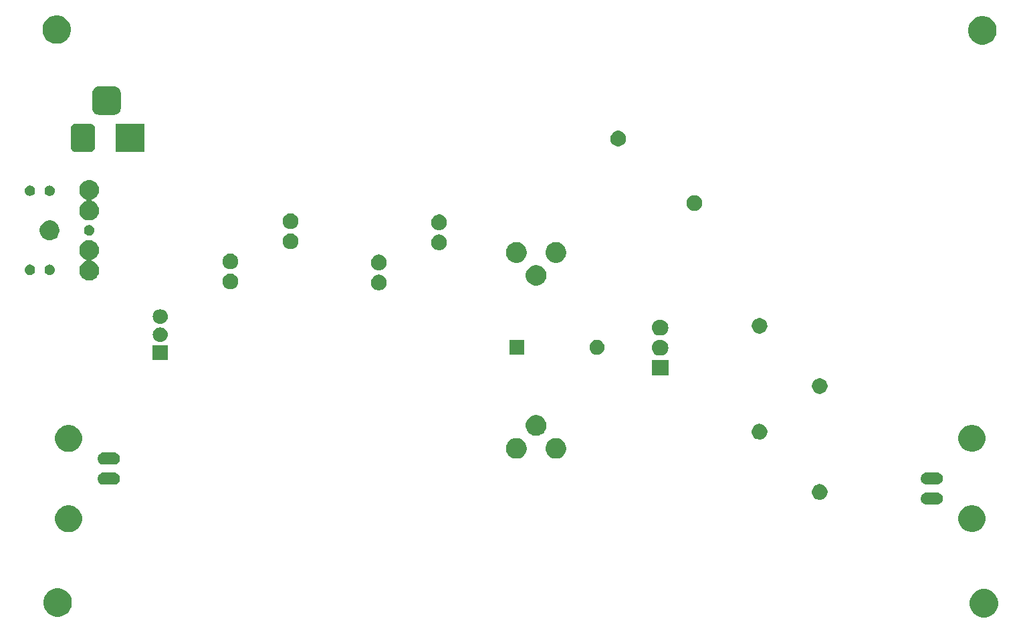
<source format=gbs>
G04 #@! TF.GenerationSoftware,KiCad,Pcbnew,(5.1.5)-3*
G04 #@! TF.CreationDate,2021-07-25T13:57:05-05:00*
G04 #@! TF.ProjectId,IRF510-Amplifier,49524635-3130-42d4-916d-706c69666965,rev?*
G04 #@! TF.SameCoordinates,Original*
G04 #@! TF.FileFunction,Soldermask,Bot*
G04 #@! TF.FilePolarity,Negative*
%FSLAX46Y46*%
G04 Gerber Fmt 4.6, Leading zero omitted, Abs format (unit mm)*
G04 Created by KiCad (PCBNEW (5.1.5)-3) date 2021-07-25 13:57:05*
%MOMM*%
%LPD*%
G04 APERTURE LIST*
%ADD10C,0.660400*%
%ADD11C,0.100000*%
G04 APERTURE END LIST*
D10*
X84530200Y-52200000D02*
G75*
G03X84530200Y-52200000I-330200J0D01*
G01*
X84530200Y-44600000D02*
G75*
G03X84530200Y-44600000I-330200J0D01*
G01*
X79530200Y-49700000D02*
G75*
G03X79530200Y-49700000I-330200J0D01*
G01*
X84530200Y-54800000D02*
G75*
G03X84530200Y-54800000I-330200J0D01*
G01*
X84530200Y-47200000D02*
G75*
G03X84530200Y-47200000I-330200J0D01*
G01*
D11*
G36*
X198025331Y-95168211D02*
G01*
X198353092Y-95303974D01*
X198648070Y-95501072D01*
X198898928Y-95751930D01*
X199096026Y-96046908D01*
X199231789Y-96374669D01*
X199301000Y-96722616D01*
X199301000Y-97077384D01*
X199231789Y-97425331D01*
X199096026Y-97753092D01*
X198898928Y-98048070D01*
X198648070Y-98298928D01*
X198353092Y-98496026D01*
X198025331Y-98631789D01*
X197677384Y-98701000D01*
X197322616Y-98701000D01*
X196974669Y-98631789D01*
X196646908Y-98496026D01*
X196351930Y-98298928D01*
X196101072Y-98048070D01*
X195903974Y-97753092D01*
X195768211Y-97425331D01*
X195699000Y-97077384D01*
X195699000Y-96722616D01*
X195768211Y-96374669D01*
X195903974Y-96046908D01*
X196101072Y-95751930D01*
X196351930Y-95501072D01*
X196646908Y-95303974D01*
X196974669Y-95168211D01*
X197322616Y-95099000D01*
X197677384Y-95099000D01*
X198025331Y-95168211D01*
G37*
G36*
X80725331Y-95068211D02*
G01*
X81053092Y-95203974D01*
X81348070Y-95401072D01*
X81598928Y-95651930D01*
X81796026Y-95946908D01*
X81931789Y-96274669D01*
X82001000Y-96622616D01*
X82001000Y-96977384D01*
X81931789Y-97325331D01*
X81796026Y-97653092D01*
X81598928Y-97948070D01*
X81348070Y-98198928D01*
X81053092Y-98396026D01*
X80725331Y-98531789D01*
X80377384Y-98601000D01*
X80022616Y-98601000D01*
X79674669Y-98531789D01*
X79346908Y-98396026D01*
X79051930Y-98198928D01*
X78801072Y-97948070D01*
X78603974Y-97653092D01*
X78468211Y-97325331D01*
X78399000Y-96977384D01*
X78399000Y-96622616D01*
X78468211Y-96274669D01*
X78603974Y-95946908D01*
X78801072Y-95651930D01*
X79051930Y-95401072D01*
X79346908Y-95203974D01*
X79674669Y-95068211D01*
X80022616Y-94999000D01*
X80377384Y-94999000D01*
X80725331Y-95068211D01*
G37*
G36*
X82098671Y-84556098D02*
G01*
X82409798Y-84684971D01*
X82689805Y-84872066D01*
X82927934Y-85110195D01*
X83115029Y-85390202D01*
X83243902Y-85701329D01*
X83309600Y-86031618D01*
X83309600Y-86368382D01*
X83243902Y-86698671D01*
X83115029Y-87009798D01*
X82927934Y-87289805D01*
X82689805Y-87527934D01*
X82409798Y-87715029D01*
X82098671Y-87843902D01*
X81768382Y-87909600D01*
X81431618Y-87909600D01*
X81101329Y-87843902D01*
X80790202Y-87715029D01*
X80510195Y-87527934D01*
X80272066Y-87289805D01*
X80084971Y-87009798D01*
X79956098Y-86698671D01*
X79890400Y-86368382D01*
X79890400Y-86031618D01*
X79956098Y-85701329D01*
X80084971Y-85390202D01*
X80272066Y-85110195D01*
X80510195Y-84872066D01*
X80790202Y-84684971D01*
X81101329Y-84556098D01*
X81431618Y-84490400D01*
X81768382Y-84490400D01*
X82098671Y-84556098D01*
G37*
G36*
X196478671Y-84536098D02*
G01*
X196789798Y-84664971D01*
X197069805Y-84852066D01*
X197307934Y-85090195D01*
X197495029Y-85370202D01*
X197623902Y-85681329D01*
X197689600Y-86011618D01*
X197689600Y-86348382D01*
X197623902Y-86678671D01*
X197495029Y-86989798D01*
X197307934Y-87269805D01*
X197069805Y-87507934D01*
X196789798Y-87695029D01*
X196478671Y-87823902D01*
X196148382Y-87889600D01*
X195811618Y-87889600D01*
X195481329Y-87823902D01*
X195170202Y-87695029D01*
X194890195Y-87507934D01*
X194652066Y-87269805D01*
X194464971Y-86989798D01*
X194336098Y-86678671D01*
X194270400Y-86348382D01*
X194270400Y-86011618D01*
X194336098Y-85681329D01*
X194464971Y-85370202D01*
X194652066Y-85090195D01*
X194890195Y-84852066D01*
X195170202Y-84664971D01*
X195481329Y-84536098D01*
X195811618Y-84470400D01*
X196148382Y-84470400D01*
X196478671Y-84536098D01*
G37*
G36*
X191702123Y-82895333D02*
G01*
X191844555Y-82938539D01*
X191975820Y-83008702D01*
X192090875Y-83103125D01*
X192185298Y-83218180D01*
X192255461Y-83349445D01*
X192298667Y-83491877D01*
X192313256Y-83640000D01*
X192298667Y-83788123D01*
X192255461Y-83930555D01*
X192185298Y-84061820D01*
X192090875Y-84176875D01*
X191975820Y-84271298D01*
X191844555Y-84341461D01*
X191702123Y-84384667D01*
X191591120Y-84395600D01*
X190208880Y-84395600D01*
X190097877Y-84384667D01*
X189955445Y-84341461D01*
X189824180Y-84271298D01*
X189709125Y-84176875D01*
X189614702Y-84061820D01*
X189544539Y-83930555D01*
X189501333Y-83788123D01*
X189486744Y-83640000D01*
X189501333Y-83491877D01*
X189544539Y-83349445D01*
X189614702Y-83218180D01*
X189709125Y-83103125D01*
X189824180Y-83008702D01*
X189955445Y-82938539D01*
X190097877Y-82895333D01*
X190208880Y-82884400D01*
X191591120Y-82884400D01*
X191702123Y-82895333D01*
G37*
G36*
X176903256Y-81838434D02*
G01*
X176998947Y-81857468D01*
X177179225Y-81932142D01*
X177341471Y-82040551D01*
X177479449Y-82178529D01*
X177587858Y-82340775D01*
X177662532Y-82521053D01*
X177700600Y-82712434D01*
X177700600Y-82907566D01*
X177662532Y-83098947D01*
X177587858Y-83279225D01*
X177479449Y-83441471D01*
X177341471Y-83579449D01*
X177179225Y-83687858D01*
X176998947Y-83762532D01*
X176903256Y-83781566D01*
X176807567Y-83800600D01*
X176612433Y-83800600D01*
X176516744Y-83781566D01*
X176421053Y-83762532D01*
X176240775Y-83687858D01*
X176078529Y-83579449D01*
X175940551Y-83441471D01*
X175832142Y-83279225D01*
X175757468Y-83098947D01*
X175719400Y-82907566D01*
X175719400Y-82712434D01*
X175757468Y-82521053D01*
X175832142Y-82340775D01*
X175940551Y-82178529D01*
X176078529Y-82040551D01*
X176240775Y-81932142D01*
X176421053Y-81857468D01*
X176612433Y-81819400D01*
X176807567Y-81819400D01*
X176903256Y-81838434D01*
G37*
G36*
X87482123Y-80375333D02*
G01*
X87624555Y-80418539D01*
X87755820Y-80488702D01*
X87870875Y-80583125D01*
X87965298Y-80698180D01*
X88035461Y-80829445D01*
X88078667Y-80971877D01*
X88093256Y-81120000D01*
X88078667Y-81268123D01*
X88035461Y-81410555D01*
X87965298Y-81541820D01*
X87870875Y-81656875D01*
X87755820Y-81751298D01*
X87624555Y-81821461D01*
X87482123Y-81864667D01*
X87371120Y-81875600D01*
X85988880Y-81875600D01*
X85877877Y-81864667D01*
X85735445Y-81821461D01*
X85604180Y-81751298D01*
X85489125Y-81656875D01*
X85394702Y-81541820D01*
X85324539Y-81410555D01*
X85281333Y-81268123D01*
X85266744Y-81120000D01*
X85281333Y-80971877D01*
X85324539Y-80829445D01*
X85394702Y-80698180D01*
X85489125Y-80583125D01*
X85604180Y-80488702D01*
X85735445Y-80418539D01*
X85877877Y-80375333D01*
X85988880Y-80364400D01*
X87371120Y-80364400D01*
X87482123Y-80375333D01*
G37*
G36*
X191702123Y-80355333D02*
G01*
X191844555Y-80398539D01*
X191975820Y-80468702D01*
X192090875Y-80563125D01*
X192185298Y-80678180D01*
X192255461Y-80809445D01*
X192298667Y-80951877D01*
X192313256Y-81100000D01*
X192298667Y-81248123D01*
X192255461Y-81390555D01*
X192185298Y-81521820D01*
X192090875Y-81636875D01*
X191975820Y-81731298D01*
X191844555Y-81801461D01*
X191702123Y-81844667D01*
X191591120Y-81855600D01*
X190208880Y-81855600D01*
X190097877Y-81844667D01*
X189955445Y-81801461D01*
X189824180Y-81731298D01*
X189709125Y-81636875D01*
X189614702Y-81521820D01*
X189544539Y-81390555D01*
X189501333Y-81248123D01*
X189486744Y-81100000D01*
X189501333Y-80951877D01*
X189544539Y-80809445D01*
X189614702Y-80678180D01*
X189709125Y-80563125D01*
X189824180Y-80468702D01*
X189955445Y-80398539D01*
X190097877Y-80355333D01*
X190208880Y-80344400D01*
X191591120Y-80344400D01*
X191702123Y-80355333D01*
G37*
G36*
X87482123Y-77835333D02*
G01*
X87624555Y-77878539D01*
X87755820Y-77948702D01*
X87870875Y-78043125D01*
X87965298Y-78158180D01*
X88035461Y-78289445D01*
X88078667Y-78431877D01*
X88093256Y-78580000D01*
X88078667Y-78728123D01*
X88035461Y-78870555D01*
X87965298Y-79001820D01*
X87870875Y-79116875D01*
X87755820Y-79211298D01*
X87624555Y-79281461D01*
X87482123Y-79324667D01*
X87371120Y-79335600D01*
X85988880Y-79335600D01*
X85877877Y-79324667D01*
X85735445Y-79281461D01*
X85604180Y-79211298D01*
X85489125Y-79116875D01*
X85394702Y-79001820D01*
X85324539Y-78870555D01*
X85281333Y-78728123D01*
X85266744Y-78580000D01*
X85281333Y-78431877D01*
X85324539Y-78289445D01*
X85394702Y-78158180D01*
X85489125Y-78043125D01*
X85604180Y-77948702D01*
X85735445Y-77878539D01*
X85877877Y-77835333D01*
X85988880Y-77824400D01*
X87371120Y-77824400D01*
X87482123Y-77835333D01*
G37*
G36*
X138679487Y-76048996D02*
G01*
X138905302Y-76142532D01*
X138916255Y-76147069D01*
X139129339Y-76289447D01*
X139310553Y-76470661D01*
X139452932Y-76683747D01*
X139551004Y-76920513D01*
X139601000Y-77171861D01*
X139601000Y-77428139D01*
X139551004Y-77679487D01*
X139468553Y-77878541D01*
X139452931Y-77916255D01*
X139310553Y-78129339D01*
X139129339Y-78310553D01*
X138916255Y-78452931D01*
X138916254Y-78452932D01*
X138916253Y-78452932D01*
X138679487Y-78551004D01*
X138428139Y-78601000D01*
X138171861Y-78601000D01*
X137920513Y-78551004D01*
X137683747Y-78452932D01*
X137683746Y-78452932D01*
X137683745Y-78452931D01*
X137470661Y-78310553D01*
X137289447Y-78129339D01*
X137147069Y-77916255D01*
X137131447Y-77878541D01*
X137048996Y-77679487D01*
X136999000Y-77428139D01*
X136999000Y-77171861D01*
X137048996Y-76920513D01*
X137147068Y-76683747D01*
X137289447Y-76470661D01*
X137470661Y-76289447D01*
X137683745Y-76147069D01*
X137694698Y-76142532D01*
X137920513Y-76048996D01*
X138171861Y-75999000D01*
X138428139Y-75999000D01*
X138679487Y-76048996D01*
G37*
G36*
X143679487Y-76048996D02*
G01*
X143905302Y-76142532D01*
X143916255Y-76147069D01*
X144129339Y-76289447D01*
X144310553Y-76470661D01*
X144452932Y-76683747D01*
X144551004Y-76920513D01*
X144601000Y-77171861D01*
X144601000Y-77428139D01*
X144551004Y-77679487D01*
X144468553Y-77878541D01*
X144452931Y-77916255D01*
X144310553Y-78129339D01*
X144129339Y-78310553D01*
X143916255Y-78452931D01*
X143916254Y-78452932D01*
X143916253Y-78452932D01*
X143679487Y-78551004D01*
X143428139Y-78601000D01*
X143171861Y-78601000D01*
X142920513Y-78551004D01*
X142683747Y-78452932D01*
X142683746Y-78452932D01*
X142683745Y-78452931D01*
X142470661Y-78310553D01*
X142289447Y-78129339D01*
X142147069Y-77916255D01*
X142131447Y-77878541D01*
X142048996Y-77679487D01*
X141999000Y-77428139D01*
X141999000Y-77171861D01*
X142048996Y-76920513D01*
X142147068Y-76683747D01*
X142289447Y-76470661D01*
X142470661Y-76289447D01*
X142683745Y-76147069D01*
X142694698Y-76142532D01*
X142920513Y-76048996D01*
X143171861Y-75999000D01*
X143428139Y-75999000D01*
X143679487Y-76048996D01*
G37*
G36*
X82098671Y-74396098D02*
G01*
X82409798Y-74524971D01*
X82689805Y-74712066D01*
X82927934Y-74950195D01*
X83115029Y-75230202D01*
X83243902Y-75541329D01*
X83309600Y-75871618D01*
X83309600Y-76208382D01*
X83243902Y-76538671D01*
X83115029Y-76849798D01*
X82927934Y-77129805D01*
X82689805Y-77367934D01*
X82409798Y-77555029D01*
X82098671Y-77683902D01*
X81768382Y-77749600D01*
X81431618Y-77749600D01*
X81101329Y-77683902D01*
X80790202Y-77555029D01*
X80510195Y-77367934D01*
X80272066Y-77129805D01*
X80084971Y-76849798D01*
X79956098Y-76538671D01*
X79890400Y-76208382D01*
X79890400Y-75871618D01*
X79956098Y-75541329D01*
X80084971Y-75230202D01*
X80272066Y-74950195D01*
X80510195Y-74712066D01*
X80790202Y-74524971D01*
X81101329Y-74396098D01*
X81431618Y-74330400D01*
X81768382Y-74330400D01*
X82098671Y-74396098D01*
G37*
G36*
X196478671Y-74376098D02*
G01*
X196789798Y-74504971D01*
X197069805Y-74692066D01*
X197307934Y-74930195D01*
X197495029Y-75210202D01*
X197623902Y-75521329D01*
X197689600Y-75851618D01*
X197689600Y-76188382D01*
X197623902Y-76518671D01*
X197495029Y-76829798D01*
X197307934Y-77109805D01*
X197069805Y-77347934D01*
X196789798Y-77535029D01*
X196478671Y-77663902D01*
X196148382Y-77729600D01*
X195811618Y-77729600D01*
X195481329Y-77663902D01*
X195170202Y-77535029D01*
X194890195Y-77347934D01*
X194652066Y-77109805D01*
X194464971Y-76829798D01*
X194336098Y-76518671D01*
X194270400Y-76188382D01*
X194270400Y-75851618D01*
X194336098Y-75521329D01*
X194464971Y-75210202D01*
X194652066Y-74930195D01*
X194890195Y-74692066D01*
X195170202Y-74504971D01*
X195481329Y-74376098D01*
X195811618Y-74310400D01*
X196148382Y-74310400D01*
X196478671Y-74376098D01*
G37*
G36*
X169283256Y-74218434D02*
G01*
X169378947Y-74237468D01*
X169461983Y-74271863D01*
X169555020Y-74310400D01*
X169559225Y-74312142D01*
X169721471Y-74420551D01*
X169859449Y-74558529D01*
X169967858Y-74720775D01*
X170042532Y-74901053D01*
X170080600Y-75092434D01*
X170080600Y-75287566D01*
X170042532Y-75478947D01*
X169967858Y-75659225D01*
X169859449Y-75821471D01*
X169721471Y-75959449D01*
X169559225Y-76067858D01*
X169378947Y-76142532D01*
X169283256Y-76161566D01*
X169187567Y-76180600D01*
X168992433Y-76180600D01*
X168801053Y-76142532D01*
X168620775Y-76067858D01*
X168458529Y-75959449D01*
X168320551Y-75821471D01*
X168212142Y-75659225D01*
X168137468Y-75478947D01*
X168099400Y-75287566D01*
X168099400Y-75092434D01*
X168137468Y-74901053D01*
X168212142Y-74720775D01*
X168320551Y-74558529D01*
X168458529Y-74420551D01*
X168620775Y-74312142D01*
X168624981Y-74310400D01*
X168718017Y-74271863D01*
X168801053Y-74237468D01*
X168992433Y-74199400D01*
X169187567Y-74199400D01*
X169283256Y-74218434D01*
G37*
G36*
X141179487Y-73148996D02*
G01*
X141416253Y-73247068D01*
X141416255Y-73247069D01*
X141629339Y-73389447D01*
X141810553Y-73570661D01*
X141952932Y-73783747D01*
X142051004Y-74020513D01*
X142101000Y-74271861D01*
X142101000Y-74528139D01*
X142051004Y-74779487D01*
X141980294Y-74950195D01*
X141952931Y-75016255D01*
X141810553Y-75229339D01*
X141629339Y-75410553D01*
X141416255Y-75552931D01*
X141416254Y-75552932D01*
X141416253Y-75552932D01*
X141179487Y-75651004D01*
X140928139Y-75701000D01*
X140671861Y-75701000D01*
X140420513Y-75651004D01*
X140183747Y-75552932D01*
X140183746Y-75552932D01*
X140183745Y-75552931D01*
X139970661Y-75410553D01*
X139789447Y-75229339D01*
X139647069Y-75016255D01*
X139619706Y-74950195D01*
X139548996Y-74779487D01*
X139499000Y-74528139D01*
X139499000Y-74271861D01*
X139548996Y-74020513D01*
X139647068Y-73783747D01*
X139789447Y-73570661D01*
X139970661Y-73389447D01*
X140183745Y-73247069D01*
X140183747Y-73247068D01*
X140420513Y-73148996D01*
X140671861Y-73099000D01*
X140928139Y-73099000D01*
X141179487Y-73148996D01*
G37*
G36*
X176903256Y-68438434D02*
G01*
X176998947Y-68457468D01*
X177179225Y-68532142D01*
X177341471Y-68640551D01*
X177479449Y-68778529D01*
X177587858Y-68940775D01*
X177662532Y-69121053D01*
X177700600Y-69312434D01*
X177700600Y-69507566D01*
X177662532Y-69698947D01*
X177587858Y-69879225D01*
X177479449Y-70041471D01*
X177341471Y-70179449D01*
X177179225Y-70287858D01*
X176998947Y-70362532D01*
X176903256Y-70381566D01*
X176807567Y-70400600D01*
X176612433Y-70400600D01*
X176516744Y-70381566D01*
X176421053Y-70362532D01*
X176240775Y-70287858D01*
X176078529Y-70179449D01*
X175940551Y-70041471D01*
X175832142Y-69879225D01*
X175757468Y-69698947D01*
X175719400Y-69507566D01*
X175719400Y-69312434D01*
X175757468Y-69121053D01*
X175832142Y-68940775D01*
X175940551Y-68778529D01*
X176078529Y-68640551D01*
X176240775Y-68532142D01*
X176421053Y-68457468D01*
X176516744Y-68438434D01*
X176612433Y-68419400D01*
X176807567Y-68419400D01*
X176903256Y-68438434D01*
G37*
G36*
X157551000Y-68103500D02*
G01*
X155449000Y-68103500D01*
X155449000Y-66096500D01*
X157551000Y-66096500D01*
X157551000Y-68103500D01*
G37*
G36*
X94151000Y-66109750D02*
G01*
X92249000Y-66109750D01*
X92249000Y-64290250D01*
X94151000Y-64290250D01*
X94151000Y-66109750D01*
G37*
G36*
X156645936Y-63561340D02*
G01*
X156744220Y-63571020D01*
X156933381Y-63628401D01*
X157107712Y-63721583D01*
X157260515Y-63846985D01*
X157385917Y-63999788D01*
X157479099Y-64174119D01*
X157536480Y-64363280D01*
X157555855Y-64560000D01*
X157536480Y-64756720D01*
X157479099Y-64945881D01*
X157385917Y-65120212D01*
X157260515Y-65273015D01*
X157107712Y-65398417D01*
X156933381Y-65491599D01*
X156744220Y-65548980D01*
X156645936Y-65558660D01*
X156596795Y-65563500D01*
X156403205Y-65563500D01*
X156354064Y-65558660D01*
X156255780Y-65548980D01*
X156066619Y-65491599D01*
X155892288Y-65398417D01*
X155739485Y-65273015D01*
X155614083Y-65120212D01*
X155520901Y-64945881D01*
X155463520Y-64756720D01*
X155444145Y-64560000D01*
X155463520Y-64363280D01*
X155520901Y-64174119D01*
X155614083Y-63999788D01*
X155739485Y-63846985D01*
X155892288Y-63721583D01*
X156066619Y-63628401D01*
X156255780Y-63571020D01*
X156354064Y-63561340D01*
X156403205Y-63556500D01*
X156596795Y-63556500D01*
X156645936Y-63561340D01*
G37*
G36*
X148777395Y-63585546D02*
G01*
X148950466Y-63657234D01*
X148969709Y-63670092D01*
X149106227Y-63761310D01*
X149238690Y-63893773D01*
X149238691Y-63893775D01*
X149342766Y-64049534D01*
X149414454Y-64222605D01*
X149451000Y-64406333D01*
X149451000Y-64593667D01*
X149414454Y-64777395D01*
X149342766Y-64950466D01*
X149342765Y-64950467D01*
X149238690Y-65106227D01*
X149106227Y-65238690D01*
X149054856Y-65273015D01*
X148950466Y-65342766D01*
X148777395Y-65414454D01*
X148593667Y-65451000D01*
X148406333Y-65451000D01*
X148222605Y-65414454D01*
X148049534Y-65342766D01*
X147945144Y-65273015D01*
X147893773Y-65238690D01*
X147761310Y-65106227D01*
X147657235Y-64950467D01*
X147657234Y-64950466D01*
X147585546Y-64777395D01*
X147549000Y-64593667D01*
X147549000Y-64406333D01*
X147585546Y-64222605D01*
X147657234Y-64049534D01*
X147761309Y-63893775D01*
X147761310Y-63893773D01*
X147893773Y-63761310D01*
X148030291Y-63670092D01*
X148049534Y-63657234D01*
X148222605Y-63585546D01*
X148406333Y-63549000D01*
X148593667Y-63549000D01*
X148777395Y-63585546D01*
G37*
G36*
X139291000Y-65451000D02*
G01*
X137389000Y-65451000D01*
X137389000Y-63549000D01*
X139291000Y-63549000D01*
X139291000Y-65451000D01*
G37*
G36*
X93352763Y-62006832D02*
G01*
X93419592Y-62013414D01*
X93546459Y-62051899D01*
X93591084Y-62065436D01*
X93749121Y-62149908D01*
X93887652Y-62263598D01*
X94001342Y-62402129D01*
X94085814Y-62560166D01*
X94091895Y-62580212D01*
X94137836Y-62731658D01*
X94155401Y-62910000D01*
X94137836Y-63088342D01*
X94099351Y-63215209D01*
X94085814Y-63259834D01*
X94001342Y-63417871D01*
X94001340Y-63417874D01*
X94001339Y-63417875D01*
X93887652Y-63556402D01*
X93764788Y-63657235D01*
X93749121Y-63670092D01*
X93591084Y-63754564D01*
X93568845Y-63761310D01*
X93419592Y-63806586D01*
X93352763Y-63813168D01*
X93285936Y-63819750D01*
X93114064Y-63819750D01*
X93047237Y-63813168D01*
X92980408Y-63806586D01*
X92831155Y-63761310D01*
X92808916Y-63754564D01*
X92650879Y-63670092D01*
X92635213Y-63657235D01*
X92512348Y-63556402D01*
X92398661Y-63417875D01*
X92398660Y-63417874D01*
X92398658Y-63417871D01*
X92314186Y-63259834D01*
X92300649Y-63215209D01*
X92262164Y-63088342D01*
X92244599Y-62910000D01*
X92262164Y-62731658D01*
X92308105Y-62580212D01*
X92314186Y-62560166D01*
X92398658Y-62402129D01*
X92512348Y-62263598D01*
X92650879Y-62149908D01*
X92808916Y-62065436D01*
X92853541Y-62051899D01*
X92980408Y-62013414D01*
X93047237Y-62006832D01*
X93114064Y-62000250D01*
X93285936Y-62000250D01*
X93352763Y-62006832D01*
G37*
G36*
X156637925Y-61020551D02*
G01*
X156744220Y-61031020D01*
X156933381Y-61088401D01*
X157107712Y-61181583D01*
X157260515Y-61306985D01*
X157385917Y-61459788D01*
X157479099Y-61634119D01*
X157536480Y-61823280D01*
X157555855Y-62020000D01*
X157536480Y-62216720D01*
X157480238Y-62402125D01*
X157479098Y-62405883D01*
X157470766Y-62421471D01*
X157385917Y-62580212D01*
X157260515Y-62733015D01*
X157107712Y-62858417D01*
X156933381Y-62951599D01*
X156744220Y-63008980D01*
X156645936Y-63018660D01*
X156596795Y-63023500D01*
X156403205Y-63023500D01*
X156354064Y-63018660D01*
X156255780Y-63008980D01*
X156066619Y-62951599D01*
X155892288Y-62858417D01*
X155739485Y-62733015D01*
X155614083Y-62580212D01*
X155529234Y-62421471D01*
X155520902Y-62405883D01*
X155519762Y-62402125D01*
X155463520Y-62216720D01*
X155444145Y-62020000D01*
X155463520Y-61823280D01*
X155520901Y-61634119D01*
X155614083Y-61459788D01*
X155739485Y-61306985D01*
X155892288Y-61181583D01*
X156066619Y-61088401D01*
X156255780Y-61031020D01*
X156362075Y-61020551D01*
X156403205Y-61016500D01*
X156596795Y-61016500D01*
X156637925Y-61020551D01*
G37*
G36*
X169283256Y-60818434D02*
G01*
X169378947Y-60837468D01*
X169559225Y-60912142D01*
X169721471Y-61020551D01*
X169859449Y-61158529D01*
X169967858Y-61320775D01*
X170027418Y-61464564D01*
X170042532Y-61501054D01*
X170069001Y-61634119D01*
X170080600Y-61692434D01*
X170080600Y-61887566D01*
X170042532Y-62078947D01*
X169967858Y-62259225D01*
X169859449Y-62421471D01*
X169721471Y-62559449D01*
X169559225Y-62667858D01*
X169378947Y-62742532D01*
X169283256Y-62761566D01*
X169187567Y-62780600D01*
X168992433Y-62780600D01*
X168896744Y-62761566D01*
X168801053Y-62742532D01*
X168620775Y-62667858D01*
X168458529Y-62559449D01*
X168320551Y-62421471D01*
X168212142Y-62259225D01*
X168137468Y-62078947D01*
X168099400Y-61887566D01*
X168099400Y-61692434D01*
X168111000Y-61634119D01*
X168137468Y-61501054D01*
X168152583Y-61464564D01*
X168212142Y-61320775D01*
X168320551Y-61158529D01*
X168458529Y-61020551D01*
X168620775Y-60912142D01*
X168801053Y-60837468D01*
X168896744Y-60818434D01*
X168992433Y-60799400D01*
X169187567Y-60799400D01*
X169283256Y-60818434D01*
G37*
G36*
X93352763Y-59716832D02*
G01*
X93419592Y-59723414D01*
X93546459Y-59761899D01*
X93591084Y-59775436D01*
X93749121Y-59859908D01*
X93887652Y-59973598D01*
X94001342Y-60112129D01*
X94085814Y-60270166D01*
X94085815Y-60270170D01*
X94137836Y-60441658D01*
X94155401Y-60620000D01*
X94137836Y-60798342D01*
X94125967Y-60837468D01*
X94085814Y-60969834D01*
X94001342Y-61127871D01*
X94001340Y-61127874D01*
X94001339Y-61127875D01*
X93887652Y-61266402D01*
X93749121Y-61380092D01*
X93591084Y-61464564D01*
X93546459Y-61478101D01*
X93419592Y-61516586D01*
X93352763Y-61523168D01*
X93285936Y-61529750D01*
X93114064Y-61529750D01*
X93047237Y-61523168D01*
X92980408Y-61516586D01*
X92853541Y-61478101D01*
X92808916Y-61464564D01*
X92650879Y-61380092D01*
X92512348Y-61266402D01*
X92398661Y-61127875D01*
X92398660Y-61127874D01*
X92398658Y-61127871D01*
X92314186Y-60969834D01*
X92274033Y-60837468D01*
X92262164Y-60798342D01*
X92244599Y-60620000D01*
X92262164Y-60441658D01*
X92314185Y-60270170D01*
X92314186Y-60270166D01*
X92398658Y-60112129D01*
X92512348Y-59973598D01*
X92650879Y-59859908D01*
X92808916Y-59775436D01*
X92853541Y-59761899D01*
X92980408Y-59723414D01*
X93047237Y-59716832D01*
X93114064Y-59710250D01*
X93285936Y-59710250D01*
X93352763Y-59716832D01*
G37*
G36*
X121083256Y-55338434D02*
G01*
X121178947Y-55357468D01*
X121359225Y-55432142D01*
X121521471Y-55540551D01*
X121659449Y-55678529D01*
X121767858Y-55840775D01*
X121842532Y-56021053D01*
X121880600Y-56212434D01*
X121880600Y-56407566D01*
X121842532Y-56598947D01*
X121767858Y-56779225D01*
X121659449Y-56941471D01*
X121521471Y-57079449D01*
X121359225Y-57187858D01*
X121178947Y-57262532D01*
X120987567Y-57300600D01*
X120792433Y-57300600D01*
X120601053Y-57262532D01*
X120420775Y-57187858D01*
X120258529Y-57079449D01*
X120120551Y-56941471D01*
X120012142Y-56779225D01*
X119937468Y-56598947D01*
X119899400Y-56407566D01*
X119899400Y-56212434D01*
X119937468Y-56021053D01*
X120012142Y-55840775D01*
X120120551Y-55678529D01*
X120258529Y-55540551D01*
X120420775Y-55432142D01*
X120601053Y-55357468D01*
X120696744Y-55338434D01*
X120792433Y-55319400D01*
X120987567Y-55319400D01*
X121083256Y-55338434D01*
G37*
G36*
X102259336Y-55205665D02*
G01*
X102368947Y-55227468D01*
X102549225Y-55302142D01*
X102711471Y-55410551D01*
X102849449Y-55548529D01*
X102957858Y-55710775D01*
X103032532Y-55891053D01*
X103051566Y-55986743D01*
X103054900Y-56003502D01*
X103070600Y-56082434D01*
X103070600Y-56277566D01*
X103032532Y-56468947D01*
X102957858Y-56649225D01*
X102849449Y-56811471D01*
X102711471Y-56949449D01*
X102549225Y-57057858D01*
X102368947Y-57132532D01*
X102273256Y-57151566D01*
X102177567Y-57170600D01*
X101982433Y-57170600D01*
X101886744Y-57151566D01*
X101791053Y-57132532D01*
X101610775Y-57057858D01*
X101448529Y-56949449D01*
X101310551Y-56811471D01*
X101202142Y-56649225D01*
X101127468Y-56468947D01*
X101089400Y-56277566D01*
X101089400Y-56082434D01*
X101105101Y-56003502D01*
X101108434Y-55986743D01*
X101127468Y-55891053D01*
X101202142Y-55710775D01*
X101310551Y-55548529D01*
X101448529Y-55410551D01*
X101610775Y-55302142D01*
X101791053Y-55227468D01*
X101900664Y-55205665D01*
X101982433Y-55189400D01*
X102177567Y-55189400D01*
X102259336Y-55205665D01*
G37*
G36*
X141179487Y-54148996D02*
G01*
X141397318Y-54239225D01*
X141416255Y-54247069D01*
X141629339Y-54389447D01*
X141810553Y-54570661D01*
X141939817Y-54764118D01*
X141952932Y-54783747D01*
X142051004Y-55020513D01*
X142101000Y-55271861D01*
X142101000Y-55528139D01*
X142051004Y-55779487D01*
X141952932Y-56016253D01*
X141952931Y-56016255D01*
X141810553Y-56229339D01*
X141629339Y-56410553D01*
X141416255Y-56552931D01*
X141416254Y-56552932D01*
X141416253Y-56552932D01*
X141179487Y-56651004D01*
X140928139Y-56701000D01*
X140671861Y-56701000D01*
X140420513Y-56651004D01*
X140183747Y-56552932D01*
X140183746Y-56552932D01*
X140183745Y-56552931D01*
X139970661Y-56410553D01*
X139789447Y-56229339D01*
X139647069Y-56016255D01*
X139647068Y-56016253D01*
X139548996Y-55779487D01*
X139499000Y-55528139D01*
X139499000Y-55271861D01*
X139548996Y-55020513D01*
X139647068Y-54783747D01*
X139660184Y-54764118D01*
X139789447Y-54570661D01*
X139970661Y-54389447D01*
X140183745Y-54247069D01*
X140202682Y-54239225D01*
X140420513Y-54148996D01*
X140671861Y-54099000D01*
X140928139Y-54099000D01*
X141179487Y-54148996D01*
G37*
G36*
X84339360Y-50951600D02*
G01*
X84565078Y-50996498D01*
X84792855Y-51090846D01*
X84997849Y-51227819D01*
X85172181Y-51402151D01*
X85309154Y-51607145D01*
X85403502Y-51834922D01*
X85451600Y-52076728D01*
X85451600Y-52323272D01*
X85403502Y-52565078D01*
X85309154Y-52792855D01*
X85172181Y-52997849D01*
X84997849Y-53172181D01*
X84792855Y-53309154D01*
X84610914Y-53384516D01*
X84589303Y-53396067D01*
X84570361Y-53411612D01*
X84554816Y-53430554D01*
X84543265Y-53452165D01*
X84536152Y-53475614D01*
X84533750Y-53500000D01*
X84536152Y-53524386D01*
X84543265Y-53547835D01*
X84554816Y-53569446D01*
X84570361Y-53588388D01*
X84589303Y-53603933D01*
X84610913Y-53615483D01*
X84792855Y-53690846D01*
X84997849Y-53827819D01*
X85172181Y-54002151D01*
X85309154Y-54207145D01*
X85403502Y-54434922D01*
X85403502Y-54434923D01*
X85445858Y-54647858D01*
X85451600Y-54676728D01*
X85451600Y-54923272D01*
X85403502Y-55165078D01*
X85309154Y-55392855D01*
X85172181Y-55597849D01*
X84997849Y-55772181D01*
X84792855Y-55909154D01*
X84565078Y-56003502D01*
X84444175Y-56027551D01*
X84323273Y-56051600D01*
X84076727Y-56051600D01*
X83955825Y-56027551D01*
X83834922Y-56003502D01*
X83607145Y-55909154D01*
X83402151Y-55772181D01*
X83227819Y-55597849D01*
X83090846Y-55392855D01*
X82996498Y-55165078D01*
X82948400Y-54923272D01*
X82948400Y-54676728D01*
X82954143Y-54647858D01*
X82996498Y-54434923D01*
X82996498Y-54434922D01*
X83090846Y-54207145D01*
X83227819Y-54002151D01*
X83402151Y-53827819D01*
X83607145Y-53690846D01*
X83789087Y-53615483D01*
X83810697Y-53603933D01*
X83829639Y-53588388D01*
X83845184Y-53569446D01*
X83856735Y-53547835D01*
X83863848Y-53524386D01*
X83866250Y-53500000D01*
X83863848Y-53475614D01*
X83856735Y-53452165D01*
X83845184Y-53430554D01*
X83829639Y-53411612D01*
X83810697Y-53396067D01*
X83789086Y-53384516D01*
X83607145Y-53309154D01*
X83402151Y-53172181D01*
X83227819Y-52997849D01*
X83090846Y-52792855D01*
X82996498Y-52565078D01*
X82948400Y-52323272D01*
X82948400Y-52076728D01*
X82996498Y-51834922D01*
X83090846Y-51607145D01*
X83227819Y-51402151D01*
X83402151Y-51227819D01*
X83607145Y-51090846D01*
X83834922Y-50996498D01*
X84060640Y-50951600D01*
X84076727Y-50948400D01*
X84323273Y-50948400D01*
X84339360Y-50951600D01*
G37*
G36*
X79389890Y-54074017D02*
G01*
X79508364Y-54123091D01*
X79547135Y-54148997D01*
X79614988Y-54194335D01*
X79705665Y-54285012D01*
X79776910Y-54391638D01*
X79825983Y-54510110D01*
X79849950Y-54630600D01*
X79851000Y-54635882D01*
X79851000Y-54764118D01*
X79825983Y-54889890D01*
X79776909Y-55008364D01*
X79705665Y-55114988D01*
X79614988Y-55205665D01*
X79508364Y-55276909D01*
X79508363Y-55276910D01*
X79508362Y-55276910D01*
X79389890Y-55325983D01*
X79264119Y-55351000D01*
X79135881Y-55351000D01*
X79010110Y-55325983D01*
X78891638Y-55276910D01*
X78891637Y-55276910D01*
X78891636Y-55276909D01*
X78785012Y-55205665D01*
X78694335Y-55114988D01*
X78623091Y-55008364D01*
X78574017Y-54889890D01*
X78549000Y-54764118D01*
X78549000Y-54635882D01*
X78550051Y-54630600D01*
X78574017Y-54510110D01*
X78623090Y-54391638D01*
X78694335Y-54285012D01*
X78785012Y-54194335D01*
X78852865Y-54148997D01*
X78891636Y-54123091D01*
X79010110Y-54074017D01*
X79135881Y-54049000D01*
X79264119Y-54049000D01*
X79389890Y-54074017D01*
G37*
G36*
X76889890Y-54074017D02*
G01*
X77008364Y-54123091D01*
X77047135Y-54148997D01*
X77114988Y-54194335D01*
X77205665Y-54285012D01*
X77276910Y-54391638D01*
X77325983Y-54510110D01*
X77349950Y-54630600D01*
X77351000Y-54635882D01*
X77351000Y-54764118D01*
X77325983Y-54889890D01*
X77276909Y-55008364D01*
X77205665Y-55114988D01*
X77114988Y-55205665D01*
X77008364Y-55276909D01*
X77008363Y-55276910D01*
X77008362Y-55276910D01*
X76889890Y-55325983D01*
X76764119Y-55351000D01*
X76635881Y-55351000D01*
X76510110Y-55325983D01*
X76391638Y-55276910D01*
X76391637Y-55276910D01*
X76391636Y-55276909D01*
X76285012Y-55205665D01*
X76194335Y-55114988D01*
X76123091Y-55008364D01*
X76074017Y-54889890D01*
X76049000Y-54764118D01*
X76049000Y-54635882D01*
X76050051Y-54630600D01*
X76074017Y-54510110D01*
X76123090Y-54391638D01*
X76194335Y-54285012D01*
X76285012Y-54194335D01*
X76352865Y-54148997D01*
X76391636Y-54123091D01*
X76510110Y-54074017D01*
X76635881Y-54049000D01*
X76764119Y-54049000D01*
X76889890Y-54074017D01*
G37*
G36*
X121055199Y-52792853D02*
G01*
X121178947Y-52817468D01*
X121359225Y-52892142D01*
X121521471Y-53000551D01*
X121659449Y-53138529D01*
X121767858Y-53300775D01*
X121842532Y-53481053D01*
X121880600Y-53672434D01*
X121880600Y-53867566D01*
X121842532Y-54058947D01*
X121767858Y-54239225D01*
X121659449Y-54401471D01*
X121521471Y-54539449D01*
X121359225Y-54647858D01*
X121178947Y-54722532D01*
X121083256Y-54741566D01*
X120987567Y-54760600D01*
X120792433Y-54760600D01*
X120696744Y-54741566D01*
X120601053Y-54722532D01*
X120420775Y-54647858D01*
X120258529Y-54539449D01*
X120120551Y-54401471D01*
X120012142Y-54239225D01*
X119937468Y-54058947D01*
X119899400Y-53867566D01*
X119899400Y-53672434D01*
X119937468Y-53481053D01*
X120012142Y-53300775D01*
X120120551Y-53138529D01*
X120258529Y-53000551D01*
X120420775Y-52892142D01*
X120601053Y-52817468D01*
X120724801Y-52792853D01*
X120792433Y-52779400D01*
X120987567Y-52779400D01*
X121055199Y-52792853D01*
G37*
G36*
X102273256Y-52668434D02*
G01*
X102368947Y-52687468D01*
X102549225Y-52762142D01*
X102711471Y-52870551D01*
X102849449Y-53008529D01*
X102957858Y-53170775D01*
X102957859Y-53170777D01*
X102979730Y-53223578D01*
X103023538Y-53329339D01*
X103032532Y-53351054D01*
X103064259Y-53510553D01*
X103070600Y-53542434D01*
X103070600Y-53737566D01*
X103032532Y-53928947D01*
X102957858Y-54109225D01*
X102849449Y-54271471D01*
X102711471Y-54409449D01*
X102549225Y-54517858D01*
X102368947Y-54592532D01*
X102177567Y-54630600D01*
X101982433Y-54630600D01*
X101791053Y-54592532D01*
X101610775Y-54517858D01*
X101448529Y-54409449D01*
X101310551Y-54271471D01*
X101202142Y-54109225D01*
X101127468Y-53928947D01*
X101089400Y-53737566D01*
X101089400Y-53542434D01*
X101095742Y-53510553D01*
X101127468Y-53351054D01*
X101136463Y-53329339D01*
X101180270Y-53223578D01*
X101202141Y-53170777D01*
X101202142Y-53170775D01*
X101310551Y-53008529D01*
X101448529Y-52870551D01*
X101610775Y-52762142D01*
X101791053Y-52687468D01*
X101886744Y-52668434D01*
X101982433Y-52649400D01*
X102177567Y-52649400D01*
X102273256Y-52668434D01*
G37*
G36*
X138679487Y-51248996D02*
G01*
X138916253Y-51347068D01*
X138916255Y-51347069D01*
X139129339Y-51489447D01*
X139310553Y-51670661D01*
X139443379Y-51869449D01*
X139452932Y-51883747D01*
X139551004Y-52120513D01*
X139601000Y-52371861D01*
X139601000Y-52628139D01*
X139551004Y-52879487D01*
X139500857Y-53000551D01*
X139452931Y-53116255D01*
X139310553Y-53329339D01*
X139129339Y-53510553D01*
X138916255Y-53652931D01*
X138916254Y-53652932D01*
X138916253Y-53652932D01*
X138679487Y-53751004D01*
X138428139Y-53801000D01*
X138171861Y-53801000D01*
X137920513Y-53751004D01*
X137683747Y-53652932D01*
X137683746Y-53652932D01*
X137683745Y-53652931D01*
X137470661Y-53510553D01*
X137289447Y-53329339D01*
X137147069Y-53116255D01*
X137099143Y-53000551D01*
X137048996Y-52879487D01*
X136999000Y-52628139D01*
X136999000Y-52371861D01*
X137048996Y-52120513D01*
X137147068Y-51883747D01*
X137156622Y-51869449D01*
X137289447Y-51670661D01*
X137470661Y-51489447D01*
X137683745Y-51347069D01*
X137683747Y-51347068D01*
X137920513Y-51248996D01*
X138171861Y-51199000D01*
X138428139Y-51199000D01*
X138679487Y-51248996D01*
G37*
G36*
X143679487Y-51248996D02*
G01*
X143916253Y-51347068D01*
X143916255Y-51347069D01*
X144129339Y-51489447D01*
X144310553Y-51670661D01*
X144443379Y-51869449D01*
X144452932Y-51883747D01*
X144551004Y-52120513D01*
X144601000Y-52371861D01*
X144601000Y-52628139D01*
X144551004Y-52879487D01*
X144500857Y-53000551D01*
X144452931Y-53116255D01*
X144310553Y-53329339D01*
X144129339Y-53510553D01*
X143916255Y-53652931D01*
X143916254Y-53652932D01*
X143916253Y-53652932D01*
X143679487Y-53751004D01*
X143428139Y-53801000D01*
X143171861Y-53801000D01*
X142920513Y-53751004D01*
X142683747Y-53652932D01*
X142683746Y-53652932D01*
X142683745Y-53652931D01*
X142470661Y-53510553D01*
X142289447Y-53329339D01*
X142147069Y-53116255D01*
X142099143Y-53000551D01*
X142048996Y-52879487D01*
X141999000Y-52628139D01*
X141999000Y-52371861D01*
X142048996Y-52120513D01*
X142147068Y-51883747D01*
X142156622Y-51869449D01*
X142289447Y-51670661D01*
X142470661Y-51489447D01*
X142683745Y-51347069D01*
X142683747Y-51347068D01*
X142920513Y-51248996D01*
X143171861Y-51199000D01*
X143428139Y-51199000D01*
X143679487Y-51248996D01*
G37*
G36*
X128703256Y-50258434D02*
G01*
X128798947Y-50277468D01*
X128979225Y-50352142D01*
X129141471Y-50460551D01*
X129279449Y-50598529D01*
X129387858Y-50760775D01*
X129462532Y-50941053D01*
X129500600Y-51132434D01*
X129500600Y-51327566D01*
X129462532Y-51518947D01*
X129387858Y-51699225D01*
X129279449Y-51861471D01*
X129141471Y-51999449D01*
X128979225Y-52107858D01*
X128798947Y-52182532D01*
X128703256Y-52201566D01*
X128607567Y-52220600D01*
X128412433Y-52220600D01*
X128221053Y-52182532D01*
X128040775Y-52107858D01*
X127878529Y-51999449D01*
X127740551Y-51861471D01*
X127632142Y-51699225D01*
X127557468Y-51518947D01*
X127519400Y-51327566D01*
X127519400Y-51132434D01*
X127557468Y-50941053D01*
X127632142Y-50760775D01*
X127740551Y-50598529D01*
X127878529Y-50460551D01*
X128040775Y-50352142D01*
X128221053Y-50277468D01*
X128316744Y-50258434D01*
X128412433Y-50239400D01*
X128607567Y-50239400D01*
X128703256Y-50258434D01*
G37*
G36*
X109893256Y-50128434D02*
G01*
X109988947Y-50147468D01*
X110169225Y-50222142D01*
X110331471Y-50330551D01*
X110469449Y-50468529D01*
X110577858Y-50630775D01*
X110652532Y-50811053D01*
X110690600Y-51002434D01*
X110690600Y-51197566D01*
X110652532Y-51388947D01*
X110577858Y-51569225D01*
X110469449Y-51731471D01*
X110331471Y-51869449D01*
X110169225Y-51977858D01*
X109988947Y-52052532D01*
X109893256Y-52071566D01*
X109797567Y-52090600D01*
X109602433Y-52090600D01*
X109506744Y-52071566D01*
X109411053Y-52052532D01*
X109230775Y-51977858D01*
X109068529Y-51869449D01*
X108930551Y-51731471D01*
X108822142Y-51569225D01*
X108747468Y-51388947D01*
X108709400Y-51197566D01*
X108709400Y-51002434D01*
X108747468Y-50811053D01*
X108822142Y-50630775D01*
X108930551Y-50468529D01*
X109068529Y-50330551D01*
X109230775Y-50222142D01*
X109411053Y-50147468D01*
X109506744Y-50128434D01*
X109602433Y-50109400D01*
X109797567Y-50109400D01*
X109893256Y-50128434D01*
G37*
G36*
X79339360Y-48451600D02*
G01*
X79565078Y-48496498D01*
X79792855Y-48590846D01*
X79997849Y-48727819D01*
X80172181Y-48902151D01*
X80309154Y-49107145D01*
X80403502Y-49334922D01*
X80451600Y-49576728D01*
X80451600Y-49823272D01*
X80403502Y-50065078D01*
X80309154Y-50292855D01*
X80172181Y-50497849D01*
X79997849Y-50672181D01*
X79792855Y-50809154D01*
X79565078Y-50903502D01*
X79444175Y-50927551D01*
X79323273Y-50951600D01*
X79076727Y-50951600D01*
X78955825Y-50927551D01*
X78834922Y-50903502D01*
X78607145Y-50809154D01*
X78402151Y-50672181D01*
X78227819Y-50497849D01*
X78090846Y-50292855D01*
X77996498Y-50065078D01*
X77948400Y-49823272D01*
X77948400Y-49576728D01*
X77996498Y-49334922D01*
X78090846Y-49107145D01*
X78227819Y-48902151D01*
X78402151Y-48727819D01*
X78607145Y-48590846D01*
X78834922Y-48496498D01*
X79060640Y-48451600D01*
X79076727Y-48448400D01*
X79323273Y-48448400D01*
X79339360Y-48451600D01*
G37*
G36*
X84389890Y-49074017D02*
G01*
X84469868Y-49107145D01*
X84508364Y-49123091D01*
X84614988Y-49194335D01*
X84705665Y-49285012D01*
X84776909Y-49391636D01*
X84825983Y-49510110D01*
X84851000Y-49635882D01*
X84851000Y-49764118D01*
X84825983Y-49889890D01*
X84776909Y-50008364D01*
X84705665Y-50114988D01*
X84614988Y-50205665D01*
X84508364Y-50276909D01*
X84508363Y-50276910D01*
X84508362Y-50276910D01*
X84389890Y-50325983D01*
X84264119Y-50351000D01*
X84135881Y-50351000D01*
X84010110Y-50325983D01*
X83891638Y-50276910D01*
X83891637Y-50276910D01*
X83891636Y-50276909D01*
X83785012Y-50205665D01*
X83694335Y-50114988D01*
X83623091Y-50008364D01*
X83574017Y-49889890D01*
X83549000Y-49764118D01*
X83549000Y-49635882D01*
X83574017Y-49510110D01*
X83623091Y-49391636D01*
X83694335Y-49285012D01*
X83785012Y-49194335D01*
X83891636Y-49123091D01*
X83930133Y-49107145D01*
X84010110Y-49074017D01*
X84135881Y-49049000D01*
X84264119Y-49049000D01*
X84389890Y-49074017D01*
G37*
G36*
X128798947Y-47737468D02*
G01*
X128926422Y-47790270D01*
X128932658Y-47792853D01*
X128979225Y-47812142D01*
X129141471Y-47920551D01*
X129279449Y-48058529D01*
X129387858Y-48220775D01*
X129462532Y-48401053D01*
X129500600Y-48592434D01*
X129500600Y-48787566D01*
X129462532Y-48978947D01*
X129387858Y-49159225D01*
X129279449Y-49321471D01*
X129141471Y-49459449D01*
X128979225Y-49567858D01*
X128979224Y-49567859D01*
X128979223Y-49567859D01*
X128957811Y-49576728D01*
X128798947Y-49642532D01*
X128703256Y-49661566D01*
X128607567Y-49680600D01*
X128412433Y-49680600D01*
X128316744Y-49661566D01*
X128221053Y-49642532D01*
X128062189Y-49576728D01*
X128040777Y-49567859D01*
X128040776Y-49567859D01*
X128040775Y-49567858D01*
X127878529Y-49459449D01*
X127740551Y-49321471D01*
X127632142Y-49159225D01*
X127557468Y-48978947D01*
X127519400Y-48787566D01*
X127519400Y-48592434D01*
X127557468Y-48401053D01*
X127632142Y-48220775D01*
X127740551Y-48058529D01*
X127878529Y-47920551D01*
X128040775Y-47812142D01*
X128087343Y-47792853D01*
X128093578Y-47790270D01*
X128221053Y-47737468D01*
X128316744Y-47718434D01*
X128412433Y-47699400D01*
X128607567Y-47699400D01*
X128798947Y-47737468D01*
G37*
G36*
X109893256Y-47588434D02*
G01*
X109988947Y-47607468D01*
X110169225Y-47682142D01*
X110331471Y-47790551D01*
X110469449Y-47928529D01*
X110577858Y-48090775D01*
X110577859Y-48090777D01*
X110652532Y-48271054D01*
X110687809Y-48448400D01*
X110690600Y-48462434D01*
X110690600Y-48657566D01*
X110652532Y-48848947D01*
X110577858Y-49029225D01*
X110469449Y-49191471D01*
X110331471Y-49329449D01*
X110169225Y-49437858D01*
X109988947Y-49512532D01*
X109893256Y-49531566D01*
X109797567Y-49550600D01*
X109602433Y-49550600D01*
X109506744Y-49531566D01*
X109411053Y-49512532D01*
X109230775Y-49437858D01*
X109068529Y-49329449D01*
X108930551Y-49191471D01*
X108822142Y-49029225D01*
X108747468Y-48848947D01*
X108709400Y-48657566D01*
X108709400Y-48462434D01*
X108712192Y-48448400D01*
X108747468Y-48271054D01*
X108822141Y-48090777D01*
X108822142Y-48090775D01*
X108930551Y-47928529D01*
X109068529Y-47790551D01*
X109230775Y-47682142D01*
X109411053Y-47607468D01*
X109506744Y-47588434D01*
X109602433Y-47569400D01*
X109797567Y-47569400D01*
X109893256Y-47588434D01*
G37*
G36*
X84444175Y-43372449D02*
G01*
X84565078Y-43396498D01*
X84792855Y-43490846D01*
X84997849Y-43627819D01*
X85172181Y-43802151D01*
X85309154Y-44007145D01*
X85403502Y-44234922D01*
X85451600Y-44476728D01*
X85451600Y-44723272D01*
X85403502Y-44965078D01*
X85309154Y-45192855D01*
X85172181Y-45397849D01*
X84997849Y-45572181D01*
X84792855Y-45709154D01*
X84610914Y-45784516D01*
X84589303Y-45796067D01*
X84570361Y-45811612D01*
X84554816Y-45830554D01*
X84543265Y-45852165D01*
X84536152Y-45875614D01*
X84533750Y-45900000D01*
X84536152Y-45924386D01*
X84543265Y-45947835D01*
X84554816Y-45969446D01*
X84570361Y-45988388D01*
X84589303Y-46003933D01*
X84610913Y-46015483D01*
X84792855Y-46090846D01*
X84997849Y-46227819D01*
X85172181Y-46402151D01*
X85309154Y-46607145D01*
X85403502Y-46834922D01*
X85451600Y-47076728D01*
X85451600Y-47323272D01*
X85403502Y-47565078D01*
X85309154Y-47792855D01*
X85172181Y-47997849D01*
X84997849Y-48172181D01*
X84792855Y-48309154D01*
X84565078Y-48403502D01*
X84444175Y-48427551D01*
X84323273Y-48451600D01*
X84076727Y-48451600D01*
X83955825Y-48427551D01*
X83834922Y-48403502D01*
X83607145Y-48309154D01*
X83402151Y-48172181D01*
X83227819Y-47997849D01*
X83090846Y-47792855D01*
X82996498Y-47565078D01*
X82948400Y-47323272D01*
X82948400Y-47076728D01*
X82996498Y-46834922D01*
X83090846Y-46607145D01*
X83227819Y-46402151D01*
X83402151Y-46227819D01*
X83607145Y-46090846D01*
X83789087Y-46015483D01*
X83810697Y-46003933D01*
X83829639Y-45988388D01*
X83845184Y-45969446D01*
X83856735Y-45947835D01*
X83863848Y-45924386D01*
X83866250Y-45900000D01*
X83863848Y-45875614D01*
X83856735Y-45852165D01*
X83845184Y-45830554D01*
X83829639Y-45811612D01*
X83810697Y-45796067D01*
X83789086Y-45784516D01*
X83607145Y-45709154D01*
X83402151Y-45572181D01*
X83227819Y-45397849D01*
X83090846Y-45192855D01*
X82996498Y-44965078D01*
X82948400Y-44723272D01*
X82948400Y-44476728D01*
X82996498Y-44234922D01*
X83090846Y-44007145D01*
X83227819Y-43802151D01*
X83402151Y-43627819D01*
X83607145Y-43490846D01*
X83834922Y-43396498D01*
X83955825Y-43372449D01*
X84076727Y-43348400D01*
X84323273Y-43348400D01*
X84444175Y-43372449D01*
G37*
G36*
X161133947Y-45291468D02*
G01*
X161314225Y-45366142D01*
X161476471Y-45474551D01*
X161614449Y-45612529D01*
X161722858Y-45774775D01*
X161722859Y-45774777D01*
X161744730Y-45827578D01*
X161797532Y-45955053D01*
X161835600Y-46146434D01*
X161835600Y-46341566D01*
X161797532Y-46532947D01*
X161722858Y-46713225D01*
X161614449Y-46875471D01*
X161476471Y-47013449D01*
X161314225Y-47121858D01*
X161133947Y-47196532D01*
X160942567Y-47234600D01*
X160747433Y-47234600D01*
X160556053Y-47196532D01*
X160375775Y-47121858D01*
X160213529Y-47013449D01*
X160075551Y-46875471D01*
X159967142Y-46713225D01*
X159892468Y-46532947D01*
X159854400Y-46341566D01*
X159854400Y-46146434D01*
X159892468Y-45955053D01*
X159945270Y-45827578D01*
X159967141Y-45774777D01*
X159967142Y-45774775D01*
X160075551Y-45612529D01*
X160213529Y-45474551D01*
X160375775Y-45366142D01*
X160556053Y-45291468D01*
X160747433Y-45253400D01*
X160942567Y-45253400D01*
X161133947Y-45291468D01*
G37*
G36*
X76889890Y-44074017D02*
G01*
X77008364Y-44123091D01*
X77114988Y-44194335D01*
X77205665Y-44285012D01*
X77276909Y-44391636D01*
X77325983Y-44510110D01*
X77351000Y-44635882D01*
X77351000Y-44764118D01*
X77325983Y-44889890D01*
X77276909Y-45008364D01*
X77205665Y-45114988D01*
X77114988Y-45205665D01*
X77008364Y-45276909D01*
X77008363Y-45276910D01*
X77008362Y-45276910D01*
X76889890Y-45325983D01*
X76764119Y-45351000D01*
X76635881Y-45351000D01*
X76510110Y-45325983D01*
X76391638Y-45276910D01*
X76391637Y-45276910D01*
X76391636Y-45276909D01*
X76285012Y-45205665D01*
X76194335Y-45114988D01*
X76123091Y-45008364D01*
X76074017Y-44889890D01*
X76049000Y-44764118D01*
X76049000Y-44635882D01*
X76074017Y-44510110D01*
X76123091Y-44391636D01*
X76194335Y-44285012D01*
X76285012Y-44194335D01*
X76391636Y-44123091D01*
X76510110Y-44074017D01*
X76635881Y-44049000D01*
X76764119Y-44049000D01*
X76889890Y-44074017D01*
G37*
G36*
X79389890Y-44074017D02*
G01*
X79508364Y-44123091D01*
X79614988Y-44194335D01*
X79705665Y-44285012D01*
X79776909Y-44391636D01*
X79825983Y-44510110D01*
X79851000Y-44635882D01*
X79851000Y-44764118D01*
X79825983Y-44889890D01*
X79776909Y-45008364D01*
X79705665Y-45114988D01*
X79614988Y-45205665D01*
X79508364Y-45276909D01*
X79508363Y-45276910D01*
X79508362Y-45276910D01*
X79389890Y-45325983D01*
X79264119Y-45351000D01*
X79135881Y-45351000D01*
X79010110Y-45325983D01*
X78891638Y-45276910D01*
X78891637Y-45276910D01*
X78891636Y-45276909D01*
X78785012Y-45205665D01*
X78694335Y-45114988D01*
X78623091Y-45008364D01*
X78574017Y-44889890D01*
X78549000Y-44764118D01*
X78549000Y-44635882D01*
X78574017Y-44510110D01*
X78623091Y-44391636D01*
X78694335Y-44285012D01*
X78785012Y-44194335D01*
X78891636Y-44123091D01*
X79010110Y-44074017D01*
X79135881Y-44049000D01*
X79264119Y-44049000D01*
X79389890Y-44074017D01*
G37*
G36*
X84376979Y-36213293D02*
G01*
X84510625Y-36253834D01*
X84633784Y-36319664D01*
X84741740Y-36408260D01*
X84830336Y-36516216D01*
X84896166Y-36639375D01*
X84936707Y-36773021D01*
X84951000Y-36918140D01*
X84951000Y-39081860D01*
X84936707Y-39226979D01*
X84896166Y-39360625D01*
X84830336Y-39483784D01*
X84741740Y-39591740D01*
X84633784Y-39680336D01*
X84510625Y-39746166D01*
X84376979Y-39786707D01*
X84231860Y-39801000D01*
X82568140Y-39801000D01*
X82423021Y-39786707D01*
X82289375Y-39746166D01*
X82166216Y-39680336D01*
X82058260Y-39591740D01*
X81969664Y-39483784D01*
X81903834Y-39360625D01*
X81863293Y-39226979D01*
X81849000Y-39081860D01*
X81849000Y-36918140D01*
X81863293Y-36773021D01*
X81903834Y-36639375D01*
X81969664Y-36516216D01*
X82058260Y-36408260D01*
X82166216Y-36319664D01*
X82289375Y-36253834D01*
X82423021Y-36213293D01*
X82568140Y-36199000D01*
X84231860Y-36199000D01*
X84376979Y-36213293D01*
G37*
G36*
X91201000Y-39801000D02*
G01*
X87599000Y-39801000D01*
X87599000Y-36199000D01*
X91201000Y-36199000D01*
X91201000Y-39801000D01*
G37*
G36*
X151488947Y-37147468D02*
G01*
X151669225Y-37222142D01*
X151831471Y-37330551D01*
X151969449Y-37468529D01*
X152077858Y-37630775D01*
X152152532Y-37811053D01*
X152190600Y-38002434D01*
X152190600Y-38197566D01*
X152152532Y-38388947D01*
X152077858Y-38569225D01*
X151969449Y-38731471D01*
X151831471Y-38869449D01*
X151669225Y-38977858D01*
X151488947Y-39052532D01*
X151297567Y-39090600D01*
X151102433Y-39090600D01*
X150911053Y-39052532D01*
X150730775Y-38977858D01*
X150568529Y-38869449D01*
X150430551Y-38731471D01*
X150322142Y-38569225D01*
X150247468Y-38388947D01*
X150209400Y-38197566D01*
X150209400Y-38002434D01*
X150247468Y-37811053D01*
X150322142Y-37630775D01*
X150430551Y-37468529D01*
X150568529Y-37330551D01*
X150730775Y-37222142D01*
X150911053Y-37147468D01*
X151102433Y-37109400D01*
X151297567Y-37109400D01*
X151488947Y-37147468D01*
G37*
G36*
X87526366Y-31515695D02*
G01*
X87683460Y-31563349D01*
X87828231Y-31640731D01*
X87955128Y-31744872D01*
X88059269Y-31871769D01*
X88136651Y-32016540D01*
X88184305Y-32173634D01*
X88201000Y-32343140D01*
X88201000Y-34256860D01*
X88184305Y-34426366D01*
X88136651Y-34583460D01*
X88059269Y-34728231D01*
X87955128Y-34855128D01*
X87828231Y-34959269D01*
X87683460Y-35036651D01*
X87526366Y-35084305D01*
X87356860Y-35101000D01*
X85443140Y-35101000D01*
X85273634Y-35084305D01*
X85116540Y-35036651D01*
X84971769Y-34959269D01*
X84844872Y-34855128D01*
X84740731Y-34728231D01*
X84663349Y-34583460D01*
X84615695Y-34426366D01*
X84599000Y-34256860D01*
X84599000Y-32343140D01*
X84615695Y-32173634D01*
X84663349Y-32016540D01*
X84740731Y-31871769D01*
X84844872Y-31744872D01*
X84971769Y-31640731D01*
X85116540Y-31563349D01*
X85273634Y-31515695D01*
X85443140Y-31499000D01*
X87356860Y-31499000D01*
X87526366Y-31515695D01*
G37*
G36*
X197825331Y-22668211D02*
G01*
X198153092Y-22803974D01*
X198448070Y-23001072D01*
X198698928Y-23251930D01*
X198896026Y-23546908D01*
X199031789Y-23874669D01*
X199101000Y-24222616D01*
X199101000Y-24577384D01*
X199031789Y-24925331D01*
X198896026Y-25253092D01*
X198698928Y-25548070D01*
X198448070Y-25798928D01*
X198153092Y-25996026D01*
X197825331Y-26131789D01*
X197477384Y-26201000D01*
X197122616Y-26201000D01*
X196774669Y-26131789D01*
X196446908Y-25996026D01*
X196151930Y-25798928D01*
X195901072Y-25548070D01*
X195703974Y-25253092D01*
X195568211Y-24925331D01*
X195499000Y-24577384D01*
X195499000Y-24222616D01*
X195568211Y-23874669D01*
X195703974Y-23546908D01*
X195901072Y-23251930D01*
X196151930Y-23001072D01*
X196446908Y-22803974D01*
X196774669Y-22668211D01*
X197122616Y-22599000D01*
X197477384Y-22599000D01*
X197825331Y-22668211D01*
G37*
G36*
X80625331Y-22568211D02*
G01*
X80953092Y-22703974D01*
X81248070Y-22901072D01*
X81498928Y-23151930D01*
X81696026Y-23446908D01*
X81831789Y-23774669D01*
X81901000Y-24122616D01*
X81901000Y-24477384D01*
X81831789Y-24825331D01*
X81696026Y-25153092D01*
X81498928Y-25448070D01*
X81248070Y-25698928D01*
X80953092Y-25896026D01*
X80625331Y-26031789D01*
X80277384Y-26101000D01*
X79922616Y-26101000D01*
X79574669Y-26031789D01*
X79246908Y-25896026D01*
X78951930Y-25698928D01*
X78701072Y-25448070D01*
X78503974Y-25153092D01*
X78368211Y-24825331D01*
X78299000Y-24477384D01*
X78299000Y-24122616D01*
X78368211Y-23774669D01*
X78503974Y-23446908D01*
X78701072Y-23151930D01*
X78951930Y-22901072D01*
X79246908Y-22703974D01*
X79574669Y-22568211D01*
X79922616Y-22499000D01*
X80277384Y-22499000D01*
X80625331Y-22568211D01*
G37*
M02*

</source>
